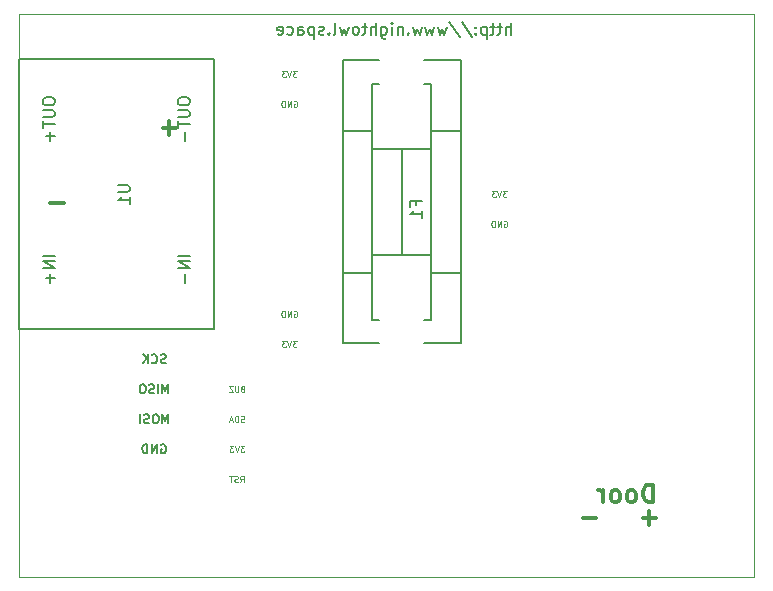
<source format=gbr>
%TF.GenerationSoftware,KiCad,Pcbnew,4.0.2+dfsg1-stable*%
%TF.CreationDate,2018-09-12T10:39:59+08:00*%
%TF.ProjectId,rfid board v2,7266696420626F6172642076322E6B69,rev?*%
%TF.FileFunction,Legend,Bot*%
%FSLAX46Y46*%
G04 Gerber Fmt 4.6, Leading zero omitted, Abs format (unit mm)*
G04 Created by KiCad (PCBNEW 4.0.2+dfsg1-stable) date Wednesday, 12 September, 2018 10:39:59 AM +08*
%MOMM*%
G01*
G04 APERTURE LIST*
%ADD10C,0.100000*%
%ADD11C,0.200000*%
%ADD12C,0.101600*%
%ADD13C,0.127000*%
%ADD14C,0.300000*%
%ADD15C,0.025400*%
%ADD16C,0.150000*%
G04 APERTURE END LIST*
D10*
D11*
X64467143Y-16962381D02*
X64467143Y-15962381D01*
X64038571Y-16962381D02*
X64038571Y-16438571D01*
X64086190Y-16343333D01*
X64181428Y-16295714D01*
X64324286Y-16295714D01*
X64419524Y-16343333D01*
X64467143Y-16390952D01*
X63705238Y-16295714D02*
X63324286Y-16295714D01*
X63562381Y-15962381D02*
X63562381Y-16819524D01*
X63514762Y-16914762D01*
X63419524Y-16962381D01*
X63324286Y-16962381D01*
X63133809Y-16295714D02*
X62752857Y-16295714D01*
X62990952Y-15962381D02*
X62990952Y-16819524D01*
X62943333Y-16914762D01*
X62848095Y-16962381D01*
X62752857Y-16962381D01*
X62419523Y-16295714D02*
X62419523Y-17295714D01*
X62419523Y-16343333D02*
X62324285Y-16295714D01*
X62133808Y-16295714D01*
X62038570Y-16343333D01*
X61990951Y-16390952D01*
X61943332Y-16486190D01*
X61943332Y-16771905D01*
X61990951Y-16867143D01*
X62038570Y-16914762D01*
X62133808Y-16962381D01*
X62324285Y-16962381D01*
X62419523Y-16914762D01*
X61514761Y-16867143D02*
X61467142Y-16914762D01*
X61514761Y-16962381D01*
X61562380Y-16914762D01*
X61514761Y-16867143D01*
X61514761Y-16962381D01*
X61514761Y-16343333D02*
X61467142Y-16390952D01*
X61514761Y-16438571D01*
X61562380Y-16390952D01*
X61514761Y-16343333D01*
X61514761Y-16438571D01*
X60324285Y-15914762D02*
X61181428Y-17200476D01*
X59276666Y-15914762D02*
X60133809Y-17200476D01*
X59038571Y-16295714D02*
X58848095Y-16962381D01*
X58657618Y-16486190D01*
X58467142Y-16962381D01*
X58276666Y-16295714D01*
X57990952Y-16295714D02*
X57800476Y-16962381D01*
X57609999Y-16486190D01*
X57419523Y-16962381D01*
X57229047Y-16295714D01*
X56943333Y-16295714D02*
X56752857Y-16962381D01*
X56562380Y-16486190D01*
X56371904Y-16962381D01*
X56181428Y-16295714D01*
X55800476Y-16867143D02*
X55752857Y-16914762D01*
X55800476Y-16962381D01*
X55848095Y-16914762D01*
X55800476Y-16867143D01*
X55800476Y-16962381D01*
X55324286Y-16295714D02*
X55324286Y-16962381D01*
X55324286Y-16390952D02*
X55276667Y-16343333D01*
X55181429Y-16295714D01*
X55038571Y-16295714D01*
X54943333Y-16343333D01*
X54895714Y-16438571D01*
X54895714Y-16962381D01*
X54419524Y-16962381D02*
X54419524Y-16295714D01*
X54419524Y-15962381D02*
X54467143Y-16010000D01*
X54419524Y-16057619D01*
X54371905Y-16010000D01*
X54419524Y-15962381D01*
X54419524Y-16057619D01*
X53514762Y-16295714D02*
X53514762Y-17105238D01*
X53562381Y-17200476D01*
X53610000Y-17248095D01*
X53705239Y-17295714D01*
X53848096Y-17295714D01*
X53943334Y-17248095D01*
X53514762Y-16914762D02*
X53610000Y-16962381D01*
X53800477Y-16962381D01*
X53895715Y-16914762D01*
X53943334Y-16867143D01*
X53990953Y-16771905D01*
X53990953Y-16486190D01*
X53943334Y-16390952D01*
X53895715Y-16343333D01*
X53800477Y-16295714D01*
X53610000Y-16295714D01*
X53514762Y-16343333D01*
X53038572Y-16962381D02*
X53038572Y-15962381D01*
X52610000Y-16962381D02*
X52610000Y-16438571D01*
X52657619Y-16343333D01*
X52752857Y-16295714D01*
X52895715Y-16295714D01*
X52990953Y-16343333D01*
X53038572Y-16390952D01*
X52276667Y-16295714D02*
X51895715Y-16295714D01*
X52133810Y-15962381D02*
X52133810Y-16819524D01*
X52086191Y-16914762D01*
X51990953Y-16962381D01*
X51895715Y-16962381D01*
X51419524Y-16962381D02*
X51514762Y-16914762D01*
X51562381Y-16867143D01*
X51610000Y-16771905D01*
X51610000Y-16486190D01*
X51562381Y-16390952D01*
X51514762Y-16343333D01*
X51419524Y-16295714D01*
X51276666Y-16295714D01*
X51181428Y-16343333D01*
X51133809Y-16390952D01*
X51086190Y-16486190D01*
X51086190Y-16771905D01*
X51133809Y-16867143D01*
X51181428Y-16914762D01*
X51276666Y-16962381D01*
X51419524Y-16962381D01*
X50752857Y-16295714D02*
X50562381Y-16962381D01*
X50371904Y-16486190D01*
X50181428Y-16962381D01*
X49990952Y-16295714D01*
X49467143Y-16962381D02*
X49562381Y-16914762D01*
X49610000Y-16819524D01*
X49610000Y-15962381D01*
X49086190Y-16867143D02*
X49038571Y-16914762D01*
X49086190Y-16962381D01*
X49133809Y-16914762D01*
X49086190Y-16867143D01*
X49086190Y-16962381D01*
X48657619Y-16914762D02*
X48562381Y-16962381D01*
X48371905Y-16962381D01*
X48276666Y-16914762D01*
X48229047Y-16819524D01*
X48229047Y-16771905D01*
X48276666Y-16676667D01*
X48371905Y-16629048D01*
X48514762Y-16629048D01*
X48610000Y-16581429D01*
X48657619Y-16486190D01*
X48657619Y-16438571D01*
X48610000Y-16343333D01*
X48514762Y-16295714D01*
X48371905Y-16295714D01*
X48276666Y-16343333D01*
X47800476Y-16295714D02*
X47800476Y-17295714D01*
X47800476Y-16343333D02*
X47705238Y-16295714D01*
X47514761Y-16295714D01*
X47419523Y-16343333D01*
X47371904Y-16390952D01*
X47324285Y-16486190D01*
X47324285Y-16771905D01*
X47371904Y-16867143D01*
X47419523Y-16914762D01*
X47514761Y-16962381D01*
X47705238Y-16962381D01*
X47800476Y-16914762D01*
X46467142Y-16962381D02*
X46467142Y-16438571D01*
X46514761Y-16343333D01*
X46609999Y-16295714D01*
X46800476Y-16295714D01*
X46895714Y-16343333D01*
X46467142Y-16914762D02*
X46562380Y-16962381D01*
X46800476Y-16962381D01*
X46895714Y-16914762D01*
X46943333Y-16819524D01*
X46943333Y-16724286D01*
X46895714Y-16629048D01*
X46800476Y-16581429D01*
X46562380Y-16581429D01*
X46467142Y-16533810D01*
X45562380Y-16914762D02*
X45657618Y-16962381D01*
X45848095Y-16962381D01*
X45943333Y-16914762D01*
X45990952Y-16867143D01*
X46038571Y-16771905D01*
X46038571Y-16486190D01*
X45990952Y-16390952D01*
X45943333Y-16343333D01*
X45848095Y-16295714D01*
X45657618Y-16295714D01*
X45562380Y-16343333D01*
X44752856Y-16914762D02*
X44848094Y-16962381D01*
X45038571Y-16962381D01*
X45133809Y-16914762D01*
X45181428Y-16819524D01*
X45181428Y-16438571D01*
X45133809Y-16343333D01*
X45038571Y-16295714D01*
X44848094Y-16295714D01*
X44752856Y-16343333D01*
X44705237Y-16438571D01*
X44705237Y-16533810D01*
X45181428Y-16629048D01*
D12*
X64128953Y-30201810D02*
X63814476Y-30201810D01*
X63983810Y-30395333D01*
X63911238Y-30395333D01*
X63862857Y-30419524D01*
X63838667Y-30443714D01*
X63814476Y-30492095D01*
X63814476Y-30613048D01*
X63838667Y-30661429D01*
X63862857Y-30685619D01*
X63911238Y-30709810D01*
X64056381Y-30709810D01*
X64104762Y-30685619D01*
X64128953Y-30661429D01*
X63669333Y-30201810D02*
X63500000Y-30709810D01*
X63330666Y-30201810D01*
X63209714Y-30201810D02*
X62895237Y-30201810D01*
X63064571Y-30395333D01*
X62991999Y-30395333D01*
X62943618Y-30419524D01*
X62919428Y-30443714D01*
X62895237Y-30492095D01*
X62895237Y-30613048D01*
X62919428Y-30661429D01*
X62943618Y-30685619D01*
X62991999Y-30709810D01*
X63137142Y-30709810D01*
X63185523Y-30685619D01*
X63209714Y-30661429D01*
X46348953Y-42901810D02*
X46034476Y-42901810D01*
X46203810Y-43095333D01*
X46131238Y-43095333D01*
X46082857Y-43119524D01*
X46058667Y-43143714D01*
X46034476Y-43192095D01*
X46034476Y-43313048D01*
X46058667Y-43361429D01*
X46082857Y-43385619D01*
X46131238Y-43409810D01*
X46276381Y-43409810D01*
X46324762Y-43385619D01*
X46348953Y-43361429D01*
X45889333Y-42901810D02*
X45720000Y-43409810D01*
X45550666Y-42901810D01*
X45429714Y-42901810D02*
X45115237Y-42901810D01*
X45284571Y-43095333D01*
X45211999Y-43095333D01*
X45163618Y-43119524D01*
X45139428Y-43143714D01*
X45115237Y-43192095D01*
X45115237Y-43313048D01*
X45139428Y-43361429D01*
X45163618Y-43385619D01*
X45211999Y-43409810D01*
X45357142Y-43409810D01*
X45405523Y-43385619D01*
X45429714Y-43361429D01*
X63887047Y-32766000D02*
X63935428Y-32741810D01*
X64008000Y-32741810D01*
X64080571Y-32766000D01*
X64128952Y-32814381D01*
X64153143Y-32862762D01*
X64177333Y-32959524D01*
X64177333Y-33032095D01*
X64153143Y-33128857D01*
X64128952Y-33177238D01*
X64080571Y-33225619D01*
X64008000Y-33249810D01*
X63959619Y-33249810D01*
X63887047Y-33225619D01*
X63862857Y-33201429D01*
X63862857Y-33032095D01*
X63959619Y-33032095D01*
X63645143Y-33249810D02*
X63645143Y-32741810D01*
X63354857Y-33249810D01*
X63354857Y-32741810D01*
X63112953Y-33249810D02*
X63112953Y-32741810D01*
X62992000Y-32741810D01*
X62919429Y-32766000D01*
X62871048Y-32814381D01*
X62846857Y-32862762D01*
X62822667Y-32959524D01*
X62822667Y-33032095D01*
X62846857Y-33128857D01*
X62871048Y-33177238D01*
X62919429Y-33225619D01*
X62992000Y-33249810D01*
X63112953Y-33249810D01*
X46107047Y-40386000D02*
X46155428Y-40361810D01*
X46228000Y-40361810D01*
X46300571Y-40386000D01*
X46348952Y-40434381D01*
X46373143Y-40482762D01*
X46397333Y-40579524D01*
X46397333Y-40652095D01*
X46373143Y-40748857D01*
X46348952Y-40797238D01*
X46300571Y-40845619D01*
X46228000Y-40869810D01*
X46179619Y-40869810D01*
X46107047Y-40845619D01*
X46082857Y-40821429D01*
X46082857Y-40652095D01*
X46179619Y-40652095D01*
X45865143Y-40869810D02*
X45865143Y-40361810D01*
X45574857Y-40869810D01*
X45574857Y-40361810D01*
X45332953Y-40869810D02*
X45332953Y-40361810D01*
X45212000Y-40361810D01*
X45139429Y-40386000D01*
X45091048Y-40434381D01*
X45066857Y-40482762D01*
X45042667Y-40579524D01*
X45042667Y-40652095D01*
X45066857Y-40748857D01*
X45091048Y-40797238D01*
X45139429Y-40845619D01*
X45212000Y-40869810D01*
X45332953Y-40869810D01*
X46107047Y-22606000D02*
X46155428Y-22581810D01*
X46228000Y-22581810D01*
X46300571Y-22606000D01*
X46348952Y-22654381D01*
X46373143Y-22702762D01*
X46397333Y-22799524D01*
X46397333Y-22872095D01*
X46373143Y-22968857D01*
X46348952Y-23017238D01*
X46300571Y-23065619D01*
X46228000Y-23089810D01*
X46179619Y-23089810D01*
X46107047Y-23065619D01*
X46082857Y-23041429D01*
X46082857Y-22872095D01*
X46179619Y-22872095D01*
X45865143Y-23089810D02*
X45865143Y-22581810D01*
X45574857Y-23089810D01*
X45574857Y-22581810D01*
X45332953Y-23089810D02*
X45332953Y-22581810D01*
X45212000Y-22581810D01*
X45139429Y-22606000D01*
X45091048Y-22654381D01*
X45066857Y-22702762D01*
X45042667Y-22799524D01*
X45042667Y-22872095D01*
X45066857Y-22968857D01*
X45091048Y-23017238D01*
X45139429Y-23065619D01*
X45212000Y-23089810D01*
X45332953Y-23089810D01*
X46348953Y-20041810D02*
X46034476Y-20041810D01*
X46203810Y-20235333D01*
X46131238Y-20235333D01*
X46082857Y-20259524D01*
X46058667Y-20283714D01*
X46034476Y-20332095D01*
X46034476Y-20453048D01*
X46058667Y-20501429D01*
X46082857Y-20525619D01*
X46131238Y-20549810D01*
X46276381Y-20549810D01*
X46324762Y-20525619D01*
X46348953Y-20501429D01*
X45889333Y-20041810D02*
X45720000Y-20549810D01*
X45550666Y-20041810D01*
X45429714Y-20041810D02*
X45115237Y-20041810D01*
X45284571Y-20235333D01*
X45211999Y-20235333D01*
X45163618Y-20259524D01*
X45139428Y-20283714D01*
X45115237Y-20332095D01*
X45115237Y-20453048D01*
X45139428Y-20501429D01*
X45163618Y-20525619D01*
X45211999Y-20549810D01*
X45357142Y-20549810D01*
X45405523Y-20525619D01*
X45429714Y-20501429D01*
X41891857Y-49735619D02*
X41819286Y-49759810D01*
X41698333Y-49759810D01*
X41649952Y-49735619D01*
X41625762Y-49711429D01*
X41601571Y-49663048D01*
X41601571Y-49614667D01*
X41625762Y-49566286D01*
X41649952Y-49542095D01*
X41698333Y-49517905D01*
X41795095Y-49493714D01*
X41843476Y-49469524D01*
X41867667Y-49445333D01*
X41891857Y-49396952D01*
X41891857Y-49348571D01*
X41867667Y-49300190D01*
X41843476Y-49276000D01*
X41795095Y-49251810D01*
X41674143Y-49251810D01*
X41601571Y-49276000D01*
X41383857Y-49759810D02*
X41383857Y-49251810D01*
X41262904Y-49251810D01*
X41190333Y-49276000D01*
X41141952Y-49324381D01*
X41117761Y-49372762D01*
X41093571Y-49469524D01*
X41093571Y-49542095D01*
X41117761Y-49638857D01*
X41141952Y-49687238D01*
X41190333Y-49735619D01*
X41262904Y-49759810D01*
X41383857Y-49759810D01*
X40900047Y-49614667D02*
X40658142Y-49614667D01*
X40948428Y-49759810D02*
X40779095Y-49251810D01*
X40609761Y-49759810D01*
X41903953Y-51791810D02*
X41589476Y-51791810D01*
X41758810Y-51985333D01*
X41686238Y-51985333D01*
X41637857Y-52009524D01*
X41613667Y-52033714D01*
X41589476Y-52082095D01*
X41589476Y-52203048D01*
X41613667Y-52251429D01*
X41637857Y-52275619D01*
X41686238Y-52299810D01*
X41831381Y-52299810D01*
X41879762Y-52275619D01*
X41903953Y-52251429D01*
X41444333Y-51791810D02*
X41275000Y-52299810D01*
X41105666Y-51791810D01*
X40984714Y-51791810D02*
X40670237Y-51791810D01*
X40839571Y-51985333D01*
X40766999Y-51985333D01*
X40718618Y-52009524D01*
X40694428Y-52033714D01*
X40670237Y-52082095D01*
X40670237Y-52203048D01*
X40694428Y-52251429D01*
X40718618Y-52275619D01*
X40766999Y-52299810D01*
X40912142Y-52299810D01*
X40960523Y-52275619D01*
X40984714Y-52251429D01*
X41553191Y-54839810D02*
X41722524Y-54597905D01*
X41843477Y-54839810D02*
X41843477Y-54331810D01*
X41649953Y-54331810D01*
X41601572Y-54356000D01*
X41577381Y-54380190D01*
X41553191Y-54428571D01*
X41553191Y-54501143D01*
X41577381Y-54549524D01*
X41601572Y-54573714D01*
X41649953Y-54597905D01*
X41843477Y-54597905D01*
X41359667Y-54815619D02*
X41287096Y-54839810D01*
X41166143Y-54839810D01*
X41117762Y-54815619D01*
X41093572Y-54791429D01*
X41069381Y-54743048D01*
X41069381Y-54694667D01*
X41093572Y-54646286D01*
X41117762Y-54622095D01*
X41166143Y-54597905D01*
X41262905Y-54573714D01*
X41311286Y-54549524D01*
X41335477Y-54525333D01*
X41359667Y-54476952D01*
X41359667Y-54428571D01*
X41335477Y-54380190D01*
X41311286Y-54356000D01*
X41262905Y-54331810D01*
X41141953Y-54331810D01*
X41069381Y-54356000D01*
X40924238Y-54331810D02*
X40633952Y-54331810D01*
X40779095Y-54839810D02*
X40779095Y-54331810D01*
X41746714Y-46953714D02*
X41674143Y-46977905D01*
X41649952Y-47002095D01*
X41625762Y-47050476D01*
X41625762Y-47123048D01*
X41649952Y-47171429D01*
X41674143Y-47195619D01*
X41722524Y-47219810D01*
X41916048Y-47219810D01*
X41916048Y-46711810D01*
X41746714Y-46711810D01*
X41698333Y-46736000D01*
X41674143Y-46760190D01*
X41649952Y-46808571D01*
X41649952Y-46856952D01*
X41674143Y-46905333D01*
X41698333Y-46929524D01*
X41746714Y-46953714D01*
X41916048Y-46953714D01*
X41408048Y-46711810D02*
X41408048Y-47123048D01*
X41383857Y-47171429D01*
X41359667Y-47195619D01*
X41311286Y-47219810D01*
X41214524Y-47219810D01*
X41166143Y-47195619D01*
X41141952Y-47171429D01*
X41117762Y-47123048D01*
X41117762Y-46711810D01*
X40924239Y-46711810D02*
X40585572Y-46711810D01*
X40924239Y-47219810D01*
X40585572Y-47219810D01*
D13*
X34870572Y-51689000D02*
X34943143Y-51652714D01*
X35052000Y-51652714D01*
X35160857Y-51689000D01*
X35233429Y-51761571D01*
X35269714Y-51834143D01*
X35306000Y-51979286D01*
X35306000Y-52088143D01*
X35269714Y-52233286D01*
X35233429Y-52305857D01*
X35160857Y-52378429D01*
X35052000Y-52414714D01*
X34979429Y-52414714D01*
X34870572Y-52378429D01*
X34834286Y-52342143D01*
X34834286Y-52088143D01*
X34979429Y-52088143D01*
X34507714Y-52414714D02*
X34507714Y-51652714D01*
X34072286Y-52414714D01*
X34072286Y-51652714D01*
X33709428Y-52414714D02*
X33709428Y-51652714D01*
X33528000Y-51652714D01*
X33419143Y-51689000D01*
X33346571Y-51761571D01*
X33310286Y-51834143D01*
X33274000Y-51979286D01*
X33274000Y-52088143D01*
X33310286Y-52233286D01*
X33346571Y-52305857D01*
X33419143Y-52378429D01*
X33528000Y-52414714D01*
X33709428Y-52414714D01*
X35487428Y-49874714D02*
X35487428Y-49112714D01*
X35233428Y-49657000D01*
X34979428Y-49112714D01*
X34979428Y-49874714D01*
X34471429Y-49112714D02*
X34326286Y-49112714D01*
X34253714Y-49149000D01*
X34181143Y-49221571D01*
X34144857Y-49366714D01*
X34144857Y-49620714D01*
X34181143Y-49765857D01*
X34253714Y-49838429D01*
X34326286Y-49874714D01*
X34471429Y-49874714D01*
X34544000Y-49838429D01*
X34616571Y-49765857D01*
X34652857Y-49620714D01*
X34652857Y-49366714D01*
X34616571Y-49221571D01*
X34544000Y-49149000D01*
X34471429Y-49112714D01*
X33854571Y-49838429D02*
X33745714Y-49874714D01*
X33564285Y-49874714D01*
X33491714Y-49838429D01*
X33455428Y-49802143D01*
X33419143Y-49729571D01*
X33419143Y-49657000D01*
X33455428Y-49584429D01*
X33491714Y-49548143D01*
X33564285Y-49511857D01*
X33709428Y-49475571D01*
X33782000Y-49439286D01*
X33818285Y-49403000D01*
X33854571Y-49330429D01*
X33854571Y-49257857D01*
X33818285Y-49185286D01*
X33782000Y-49149000D01*
X33709428Y-49112714D01*
X33528000Y-49112714D01*
X33419143Y-49149000D01*
X33092571Y-49874714D02*
X33092571Y-49112714D01*
X35487428Y-47334714D02*
X35487428Y-46572714D01*
X35233428Y-47117000D01*
X34979428Y-46572714D01*
X34979428Y-47334714D01*
X34616571Y-47334714D02*
X34616571Y-46572714D01*
X34290000Y-47298429D02*
X34181143Y-47334714D01*
X33999714Y-47334714D01*
X33927143Y-47298429D01*
X33890857Y-47262143D01*
X33854572Y-47189571D01*
X33854572Y-47117000D01*
X33890857Y-47044429D01*
X33927143Y-47008143D01*
X33999714Y-46971857D01*
X34144857Y-46935571D01*
X34217429Y-46899286D01*
X34253714Y-46863000D01*
X34290000Y-46790429D01*
X34290000Y-46717857D01*
X34253714Y-46645286D01*
X34217429Y-46609000D01*
X34144857Y-46572714D01*
X33963429Y-46572714D01*
X33854572Y-46609000D01*
X33382858Y-46572714D02*
X33237715Y-46572714D01*
X33165143Y-46609000D01*
X33092572Y-46681571D01*
X33056286Y-46826714D01*
X33056286Y-47080714D01*
X33092572Y-47225857D01*
X33165143Y-47298429D01*
X33237715Y-47334714D01*
X33382858Y-47334714D01*
X33455429Y-47298429D01*
X33528000Y-47225857D01*
X33564286Y-47080714D01*
X33564286Y-46826714D01*
X33528000Y-46681571D01*
X33455429Y-46609000D01*
X33382858Y-46572714D01*
X35269714Y-44758429D02*
X35160857Y-44794714D01*
X34979428Y-44794714D01*
X34906857Y-44758429D01*
X34870571Y-44722143D01*
X34834286Y-44649571D01*
X34834286Y-44577000D01*
X34870571Y-44504429D01*
X34906857Y-44468143D01*
X34979428Y-44431857D01*
X35124571Y-44395571D01*
X35197143Y-44359286D01*
X35233428Y-44323000D01*
X35269714Y-44250429D01*
X35269714Y-44177857D01*
X35233428Y-44105286D01*
X35197143Y-44069000D01*
X35124571Y-44032714D01*
X34943143Y-44032714D01*
X34834286Y-44069000D01*
X34072286Y-44722143D02*
X34108572Y-44758429D01*
X34217429Y-44794714D01*
X34290000Y-44794714D01*
X34398857Y-44758429D01*
X34471429Y-44685857D01*
X34507714Y-44613286D01*
X34544000Y-44468143D01*
X34544000Y-44359286D01*
X34507714Y-44214143D01*
X34471429Y-44141571D01*
X34398857Y-44069000D01*
X34290000Y-44032714D01*
X34217429Y-44032714D01*
X34108572Y-44069000D01*
X34072286Y-44105286D01*
X33745714Y-44794714D02*
X33745714Y-44032714D01*
X33310286Y-44794714D02*
X33636857Y-44359286D01*
X33310286Y-44032714D02*
X33745714Y-44468143D01*
D14*
X26606428Y-31222143D02*
X25463571Y-31222143D01*
X36131428Y-24872143D02*
X34988571Y-24872143D01*
X35560000Y-25443571D02*
X35560000Y-24300714D01*
X76509285Y-56558571D02*
X76509285Y-55058571D01*
X76152142Y-55058571D01*
X75937857Y-55130000D01*
X75794999Y-55272857D01*
X75723571Y-55415714D01*
X75652142Y-55701429D01*
X75652142Y-55915714D01*
X75723571Y-56201429D01*
X75794999Y-56344286D01*
X75937857Y-56487143D01*
X76152142Y-56558571D01*
X76509285Y-56558571D01*
X74794999Y-56558571D02*
X74937857Y-56487143D01*
X75009285Y-56415714D01*
X75080714Y-56272857D01*
X75080714Y-55844286D01*
X75009285Y-55701429D01*
X74937857Y-55630000D01*
X74794999Y-55558571D01*
X74580714Y-55558571D01*
X74437857Y-55630000D01*
X74366428Y-55701429D01*
X74294999Y-55844286D01*
X74294999Y-56272857D01*
X74366428Y-56415714D01*
X74437857Y-56487143D01*
X74580714Y-56558571D01*
X74794999Y-56558571D01*
X73437856Y-56558571D02*
X73580714Y-56487143D01*
X73652142Y-56415714D01*
X73723571Y-56272857D01*
X73723571Y-55844286D01*
X73652142Y-55701429D01*
X73580714Y-55630000D01*
X73437856Y-55558571D01*
X73223571Y-55558571D01*
X73080714Y-55630000D01*
X73009285Y-55701429D01*
X72937856Y-55844286D01*
X72937856Y-56272857D01*
X73009285Y-56415714D01*
X73080714Y-56487143D01*
X73223571Y-56558571D01*
X73437856Y-56558571D01*
X72294999Y-56558571D02*
X72294999Y-55558571D01*
X72294999Y-55844286D02*
X72223571Y-55701429D01*
X72152142Y-55630000D01*
X72009285Y-55558571D01*
X71866428Y-55558571D01*
X76771428Y-57892143D02*
X75628571Y-57892143D01*
X76200000Y-58463571D02*
X76200000Y-57320714D01*
X71691428Y-57892143D02*
X70548571Y-57892143D01*
D15*
X22860000Y-62865000D02*
X22860000Y-15240000D01*
X85090000Y-62865000D02*
X85090000Y-15240000D01*
X22860000Y-15240000D02*
X85090000Y-15240000D01*
X85090000Y-62865000D02*
X22860000Y-62865000D01*
D16*
X57744360Y-37114480D02*
X60246260Y-37114480D01*
X50243740Y-37114480D02*
X52745640Y-37114480D01*
X50243740Y-25115520D02*
X52745640Y-25115520D01*
X60246260Y-25115520D02*
X57744360Y-25115520D01*
X55245000Y-35615880D02*
X55245000Y-26614120D01*
X57744360Y-35615880D02*
X52745640Y-35615880D01*
X57744360Y-26614120D02*
X52745640Y-26614120D01*
X57144920Y-21115020D02*
X57744360Y-21115020D01*
X53345080Y-41114980D02*
X52745640Y-41114980D01*
X52745640Y-41114980D02*
X52745640Y-21115020D01*
X52745640Y-21115020D02*
X53345080Y-21115020D01*
X57744360Y-21115020D02*
X57744360Y-41114980D01*
X57744360Y-41114980D02*
X57144920Y-41114980D01*
X57144920Y-19116040D02*
X60246260Y-19116040D01*
X53345080Y-43113960D02*
X50243740Y-43113960D01*
X50243740Y-43113960D02*
X50243740Y-19116040D01*
X50243740Y-19116040D02*
X53345080Y-19116040D01*
X60246260Y-19116040D02*
X60246260Y-43113960D01*
X60246260Y-43113960D02*
X57144920Y-43113960D01*
X22860000Y-41910000D02*
X39370000Y-41910000D01*
X39370000Y-41910000D02*
X39370000Y-19050000D01*
X39370000Y-19050000D02*
X22860000Y-19050000D01*
X22860000Y-19050000D02*
X22860000Y-41910000D01*
X56443571Y-31416667D02*
X56443571Y-31083333D01*
X56967381Y-31083333D02*
X55967381Y-31083333D01*
X55967381Y-31559524D01*
X56967381Y-32464286D02*
X56967381Y-31892857D01*
X56967381Y-32178571D02*
X55967381Y-32178571D01*
X56110238Y-32083333D01*
X56205476Y-31988095D01*
X56253095Y-31892857D01*
X31202381Y-29718095D02*
X32011905Y-29718095D01*
X32107143Y-29765714D01*
X32154762Y-29813333D01*
X32202381Y-29908571D01*
X32202381Y-30099048D01*
X32154762Y-30194286D01*
X32107143Y-30241905D01*
X32011905Y-30289524D01*
X31202381Y-30289524D01*
X32202381Y-31289524D02*
X32202381Y-30718095D01*
X32202381Y-31003809D02*
X31202381Y-31003809D01*
X31345238Y-30908571D01*
X31440476Y-30813333D01*
X31488095Y-30718095D01*
X24852381Y-22510952D02*
X24852381Y-22701429D01*
X24900000Y-22796667D01*
X24995238Y-22891905D01*
X25185714Y-22939524D01*
X25519048Y-22939524D01*
X25709524Y-22891905D01*
X25804762Y-22796667D01*
X25852381Y-22701429D01*
X25852381Y-22510952D01*
X25804762Y-22415714D01*
X25709524Y-22320476D01*
X25519048Y-22272857D01*
X25185714Y-22272857D01*
X24995238Y-22320476D01*
X24900000Y-22415714D01*
X24852381Y-22510952D01*
X24852381Y-23368095D02*
X25661905Y-23368095D01*
X25757143Y-23415714D01*
X25804762Y-23463333D01*
X25852381Y-23558571D01*
X25852381Y-23749048D01*
X25804762Y-23844286D01*
X25757143Y-23891905D01*
X25661905Y-23939524D01*
X24852381Y-23939524D01*
X24852381Y-24272857D02*
X24852381Y-24844286D01*
X25852381Y-24558571D02*
X24852381Y-24558571D01*
X25471429Y-25177619D02*
X25471429Y-25939524D01*
X25852381Y-25558572D02*
X25090476Y-25558572D01*
X36282381Y-22510952D02*
X36282381Y-22701429D01*
X36330000Y-22796667D01*
X36425238Y-22891905D01*
X36615714Y-22939524D01*
X36949048Y-22939524D01*
X37139524Y-22891905D01*
X37234762Y-22796667D01*
X37282381Y-22701429D01*
X37282381Y-22510952D01*
X37234762Y-22415714D01*
X37139524Y-22320476D01*
X36949048Y-22272857D01*
X36615714Y-22272857D01*
X36425238Y-22320476D01*
X36330000Y-22415714D01*
X36282381Y-22510952D01*
X36282381Y-23368095D02*
X37091905Y-23368095D01*
X37187143Y-23415714D01*
X37234762Y-23463333D01*
X37282381Y-23558571D01*
X37282381Y-23749048D01*
X37234762Y-23844286D01*
X37187143Y-23891905D01*
X37091905Y-23939524D01*
X36282381Y-23939524D01*
X36282381Y-24272857D02*
X36282381Y-24844286D01*
X37282381Y-24558571D02*
X36282381Y-24558571D01*
X36901429Y-25177619D02*
X36901429Y-25939524D01*
X25852381Y-35687143D02*
X24852381Y-35687143D01*
X25852381Y-36163333D02*
X24852381Y-36163333D01*
X25852381Y-36734762D01*
X24852381Y-36734762D01*
X25471429Y-37210952D02*
X25471429Y-37972857D01*
X25852381Y-37591905D02*
X25090476Y-37591905D01*
X37282381Y-35687143D02*
X36282381Y-35687143D01*
X37282381Y-36163333D02*
X36282381Y-36163333D01*
X37282381Y-36734762D01*
X36282381Y-36734762D01*
X36901429Y-37210952D02*
X36901429Y-37972857D01*
M02*

</source>
